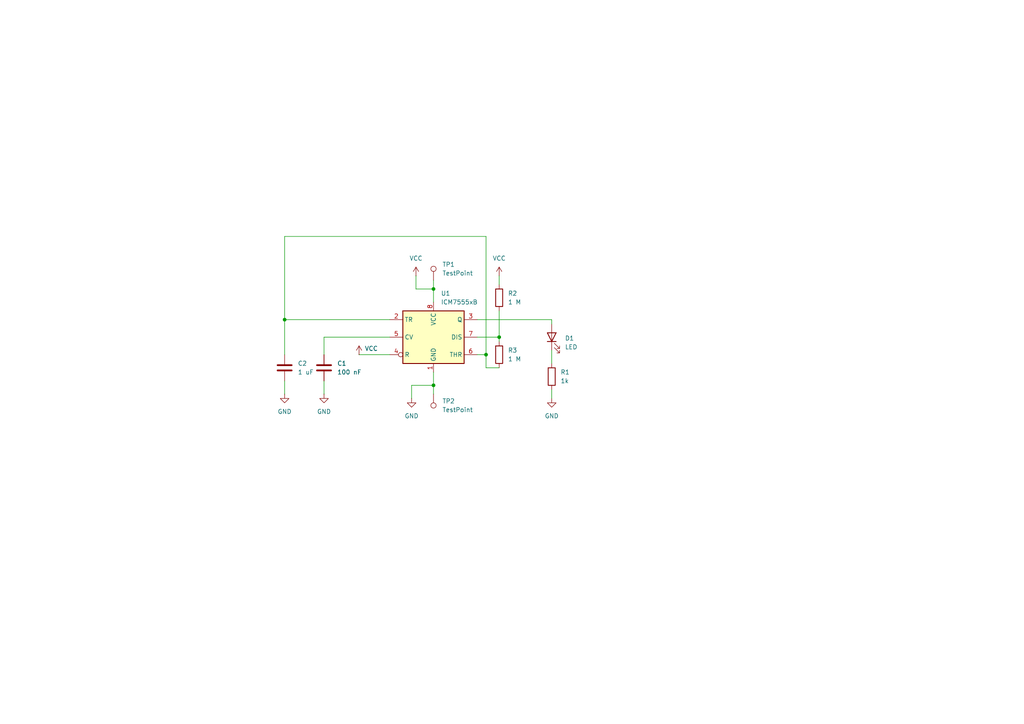
<source format=kicad_sch>
(kicad_sch (version 20250114) (generator "eeschema") (generator_version "9.0")
  (paper "A4")
  (title_block (title "Bogus Schematic and Easter Egg for Fab") (company "Hackaday"))
  (lib_symbols
    (symbol "Connector:TestPoint" (pin_numbers (hide yes)) (pin_names (offset 0.762) (hide yes))
      (property "Reference" "TP" (at 0 6.858 0))
      (property "Value" "TestPoint" (at 0 5.08 0))
      (symbol "TestPoint_0_1"
        (circle (center 0 3.302) (radius 0.762))
      )
      (symbol "TestPoint_1_1"
        (pin passive line (at 0 0 90) (length 2.54) (name "1") (number "1"))
      )
    )
    (symbol "Device:C" (pin_numbers (hide yes)) (pin_names (offset 0.254))
      (property "Reference" "C" (at 0.635 2.54 0))
      (property "Value" "C" (at 0.635 -2.54 0))
      (symbol "C_0_1"
        (polyline (pts (xy -2.032 0.762) (xy 2.032 0.762)) (stroke (width 0.508)))
        (polyline (pts (xy -2.032 -0.762) (xy 2.032 -0.762)) (stroke (width 0.508)))
      )
      (symbol "C_1_1"
        (pin passive line (at 0 3.81 270) (length 2.794) (name "~") (number "1"))
        (pin passive line (at 0 -3.81 90) (length 2.794) (name "~") (number "2"))
      )
    )
    (symbol "Device:LED" (pin_numbers (hide yes)) (pin_names (offset 1.016) (hide yes))
      (property "Reference" "D" (at 0 2.54 0))
      (property "Value" "LED" (at 0 -2.54 0))
      (symbol "LED_0_1"
        (polyline (pts (xy -3.048 -0.762) (xy -4.572 -2.286) (xy -3.81 -2.286) (xy -4.572 -2.286) (xy -4.572 -1.524)))
        (polyline (pts (xy -1.778 -0.762) (xy -3.302 -2.286) (xy -2.54 -2.286) (xy -3.302 -2.286) (xy -3.302 -1.524)))
        (polyline (pts (xy -1.27 0) (xy 1.27 0)))
        (polyline (pts (xy -1.27 -1.27) (xy -1.27 1.27)) (stroke (width 0.254)))
        (polyline (pts (xy 1.27 -1.27) (xy 1.27 1.27) (xy -1.27 0) (xy 1.27 -1.27)) (stroke (width 0.254)))
      )
      (symbol "LED_1_1"
        (pin passive line (at -3.81 0 0) (length 2.54) (name "K") (number "1"))
        (pin passive line (at 3.81 0 180) (length 2.54) (name "A") (number "2"))
      )
    )
    (symbol "Device:R" (pin_numbers (hide yes)) (pin_names (offset 0))
      (property "Reference" "R" (at 2.032 0 90))
      (property "Value" "R" (at 0 0 90))
      (symbol "R_0_1"
        (rectangle (start -1.016 -2.54) (end 1.016 2.54) (stroke (width 0.254)))
      )
      (symbol "R_1_1"
        (pin passive line (at 0 3.81 270) (length 1.27) (name "~") (number "1"))
        (pin passive line (at 0 -3.81 90) (length 1.27) (name "~") (number "2"))
      )
    )
    (symbol "Timer:ICM7555xB"
      (property "Reference" "U" (at -10.16 8.89 0))
      (property "Value" "ICM7555xB" (at 2.54 8.89 0))
      (symbol "ICM7555xB_0_0"
        (pin power_in line (at 0 10.16 270) (length 2.54) (name "VCC") (number "8"))
        (pin power_in line (at 0 -10.16 90) (length 2.54) (name "GND") (number "1"))
      )
      (symbol "ICM7555xB_0_1"
        (rectangle (start -8.89 -7.62) (end 8.89 7.62) (stroke (width 0.254)) (fill (type background)))
        (rectangle (start -8.89 -7.62) (end 8.89 7.62) (stroke (width 0.254)) (fill (type background)))
      )
      (symbol "ICM7555xB_1_1"
        (pin input line (at -12.7 5.08 0) (length 3.81) (name "TR") (number "2"))
        (pin input line (at -12.7 0 0) (length 3.81) (name "CV") (number "5"))
        (pin input inverted (at -12.7 -5.08 0) (length 3.81) (name "R") (number "4"))
        (pin output line (at 12.7 5.08 180) (length 3.81) (name "Q") (number "3"))
        (pin input line (at 12.7 0 180) (length 3.81) (name "DIS") (number "7"))
        (pin input line (at 12.7 -5.08 180) (length 3.81) (name "THR") (number "6"))
      )
    )
    (symbol "power:GND" (power) (pin_numbers (hide yes)) (pin_names (offset 0) (hide yes))
      (property "Value" "GND" (at 0 -3.81 0))
      (symbol "GND_0_1"
        (polyline (pts (xy 0 0) (xy 0 -1.27) (xy 1.27 -1.27) (xy 0 -2.54) (xy -1.27 -1.27) (xy 0 -1.27)))
      )
      (symbol "GND_1_1"
        (pin power_in line (at 0 0 270) (length 0) (name "~") (number "1"))
      )
    )
    (symbol "power:VCC" (power) (pin_numbers (hide yes)) (pin_names (offset 0) (hide yes))
      (property "Value" "VCC" (at 0 3.556 0))
      (symbol "VCC_0_1"
        (polyline (pts (xy -0.762 1.27) (xy 0 2.54)))
        (polyline (pts (xy 0 2.54) (xy 0.762 1.27)))
        (polyline (pts (xy 0 0) (xy 0 2.54)))
      )
      (symbol "VCC_1_1"
        (pin power_in line (at 0 0 90) (length 0) (name "~") (number "1"))
      )
    )
  )
  (junction (at 140.97 102.87))
  (junction (at 82.55 92.71))
  (junction (at 125.73 111.76))
  (junction (at 144.78 97.79))
  (junction (at 125.73 83.82))
  (wire (pts (xy 160.02 113.03) (xy 160.02 115.57)))
  (wire (pts (xy 119.38 115.57) (xy 119.38 111.76)))
  (wire (pts (xy 104.14 102.87) (xy 113.03 102.87)))
  (wire (pts (xy 144.78 106.68) (xy 140.97 106.68)))
  (wire (pts (xy 160.02 101.6) (xy 160.02 105.41)))
  (wire (pts (xy 160.02 92.71) (xy 160.02 93.98)))
  (wire (pts (xy 82.55 110.49) (xy 82.55 114.3)))
  (wire (pts (xy 140.97 68.58) (xy 140.97 102.87)))
  (wire (pts (xy 125.73 111.76) (xy 125.73 114.3)))
  (wire (pts (xy 119.38 111.76) (xy 125.73 111.76)))
  (wire (pts (xy 140.97 102.87) (xy 138.43 102.87)))
  (wire (pts (xy 144.78 97.79) (xy 144.78 99.06)))
  (wire (pts (xy 120.65 83.82) (xy 125.73 83.82)))
  (wire (pts (xy 138.43 92.71) (xy 160.02 92.71)))
  (wire (pts (xy 82.55 92.71) (xy 82.55 102.87)))
  (wire (pts (xy 93.98 110.49) (xy 93.98 114.3)))
  (wire (pts (xy 144.78 80.01) (xy 144.78 82.55)))
  (wire (pts (xy 120.65 80.01) (xy 120.65 83.82)))
  (wire (pts (xy 140.97 106.68) (xy 140.97 102.87)))
  (wire (pts (xy 93.98 97.79) (xy 93.98 102.87)))
  (wire (pts (xy 82.55 68.58) (xy 82.55 92.71)))
  (wire (pts (xy 113.03 97.79) (xy 93.98 97.79)))
  (wire (pts (xy 138.43 97.79) (xy 144.78 97.79)))
  (wire (pts (xy 113.03 92.71) (xy 82.55 92.71)))
  (wire (pts (xy 125.73 83.82) (xy 125.73 87.63)))
  (wire (pts (xy 82.55 68.58) (xy 140.97 68.58)))
  (wire (pts (xy 144.78 90.17) (xy 144.78 97.79)))
  (wire (pts (xy 125.73 107.95) (xy 125.73 111.76)))
  (wire (pts (xy 125.73 81.28) (xy 125.73 83.82)))
  (symbol (lib_id "Timer:ICM7555xB") (at 125.73 97.79 0) (unit 1)
    (property "Reference" "U1" (at 127.8733 85.09 0) (effects (justify left)))
    (property "Value" "ICM7555xB" (at 127.8733 87.63 0) (effects (justify left)))
    (property "Footprint" "Package_SO:SOIC-8_3.9x4.9mm_P1.27mm" (effects (hide yes)))
    (property "Datasheet" "http://www.intersil.com/content/dam/Intersil/documents/icm7/icm7555-56.pdf" (effects (hide yes)))
    (property "Description" "CMOS General Purpose Timer, 555 compatible, SOIC-8" (effects (hide yes)))
  )
  (symbol (lib_id "Device:R") (at 160.02 109.22 0) (unit 1)
    (property "Reference" "R1" (at 162.56 107.9499 0) (effects (justify left)))
    (property "Value" "1k" (at 162.56 110.4899 0) (effects (justify left)))
    (property "Footprint" "Resistor_SMD:R_0805_2012Metric_Pad1.20x1.40mm_HandSolder" (effects (hide yes)))
    (property "Description" "Resistor" (effects (hide yes)))
  )
  (symbol (lib_id "power:GND") (at 82.55 114.3 0) (unit 1)
    (property "Reference" "#PWR05" (effects (hide yes)))
    (property "Value" "GND" (at 82.55 119.38 0))
    (property "Description" "Power symbol creates a global label with name \"GND\" , ground" (effects (hide yes)))
  )
  (symbol (lib_id "power:GND") (at 119.38 115.57 0) (unit 1)
    (property "Reference" "#PWR01" (effects (hide yes)))
    (property "Value" "GND" (at 119.38 120.65 0))
    (property "Description" "Power symbol creates a global label with name \"GND\" , ground" (effects (hide yes)))
  )
  (symbol (lib_id "Device:C") (at 82.55 106.68 0) (unit 1)
    (property "Reference" "C2" (at 86.36 105.4099 0) (effects (justify left)))
    (property "Value" "1 uF" (at 86.36 107.9499 0) (effects (justify left)))
    (property "Footprint" "Capacitor_SMD:C_0805_2012Metric_Pad1.18x1.45mm_HandSolder" (effects (hide yes)))
    (property "Description" "Unpolarized capacitor" (effects (hide yes)))
  )
  (symbol (lib_id "power:VCC") (at 120.65 80.01 0) (mirror y) (unit 1)
    (property "Reference" "#PWR02" (effects (hide yes)))
    (property "Value" "VCC" (at 120.65 74.93 0))
    (property "Description" "Power symbol creates a global label with name \"VCC\"" (effects (hide yes)))
  )
  (symbol (lib_id "Device:LED") (at 160.02 97.79 90) (unit 1)
    (property "Reference" "D1" (at 163.83 98.1074 90) (effects (justify right)))
    (property "Value" "LED" (at 163.83 100.6474 90) (effects (justify right)))
    (property "Footprint" "LED_SMD:LED_0805_2012Metric_Pad1.15x1.40mm_HandSolder" (effects (hide yes)))
    (property "Description" "Light emitting diode" (effects (hide yes)))
    (property "Sim.Pins" "1=K 2=A" (effects (hide yes)))
  )
  (symbol (lib_id "Device:R") (at 144.78 102.87 0) (unit 1)
    (property "Reference" "R3" (at 147.32 101.5999 0) (effects (justify left)))
    (property "Value" "1 M" (at 147.32 104.1399 0) (effects (justify left)))
    (property "Footprint" "Resistor_SMD:R_0805_2012Metric_Pad1.20x1.40mm_HandSolder" (effects (hide yes)))
    (property "Description" "Resistor" (effects (hide yes)))
  )
  (symbol (lib_id "Connector:TestPoint") (at 125.73 81.28 0) (unit 1)
    (property "Reference" "TP1" (at 128.27 76.7079 0) (effects (justify left)))
    (property "Value" "TestPoint" (at 128.27 79.2479 0) (effects (justify left)))
    (property "Footprint" "TestPoint:TestPoint_Pad_2.5x2.5mm" (effects (hide yes)))
    (property "Description" "test point" (effects (hide yes)))
  )
  (symbol (lib_id "power:VCC") (at 104.14 102.87 0) (unit 1)
    (property "Reference" "#PWR03" (effects (hide yes)))
    (property "Value" "VCC" (at 107.696 101.092 0))
    (property "Description" "Power symbol creates a global label with name \"VCC\"" (effects (hide yes)))
  )
  (symbol (lib_id "Connector:TestPoint") (at 125.73 114.3 180) (unit 1)
    (property "Reference" "TP2" (at 128.27 116.3319 0) (effects (justify right)))
    (property "Value" "TestPoint" (at 128.27 118.8719 0) (effects (justify right)))
    (property "Footprint" "TestPoint:TestPoint_Pad_2.5x2.5mm" (effects (hide yes)))
    (property "Description" "test point" (effects (hide yes)))
  )
  (symbol (lib_id "power:GND") (at 93.98 114.3 0) (unit 1)
    (property "Reference" "#PWR04" (effects (hide yes)))
    (property "Value" "GND" (at 93.98 119.38 0))
    (property "Description" "Power symbol creates a global label with name \"GND\" , ground" (effects (hide yes)))
  )
  (symbol (lib_id "Device:R") (at 144.78 86.36 0) (unit 1)
    (property "Reference" "R2" (at 147.32 85.0899 0) (effects (justify left)))
    (property "Value" "1 M" (at 147.32 87.6299 0) (effects (justify left)))
    (property "Footprint" "Resistor_SMD:R_0805_2012Metric_Pad1.20x1.40mm_HandSolder" (effects (hide yes)))
    (property "Description" "Resistor" (effects (hide yes)))
  )
  (symbol (lib_id "Device:C") (at 93.98 106.68 0) (unit 1)
    (property "Reference" "C1" (at 97.79 105.4099 0) (effects (justify left)))
    (property "Value" "100 nF" (at 97.79 107.9499 0) (effects (justify left)))
    (property "Footprint" "Capacitor_SMD:C_0805_2012Metric_Pad1.18x1.45mm_HandSolder" (effects (hide yes)))
    (property "Description" "Unpolarized capacitor" (effects (hide yes)))
  )
  (symbol (lib_id "power:GND") (at 160.02 115.57 0) (unit 1)
    (property "Reference" "#PWR06" (effects (hide yes)))
    (property "Value" "GND" (at 160.02 120.65 0))
    (property "Description" "Power symbol creates a global label with name \"GND\" , ground" (effects (hide yes)))
  )
  (symbol (lib_id "power:VCC") (at 144.78 80.01 0) (unit 1)
    (property "Reference" "#PWR07" (effects (hide yes)))
    (property "Value" "VCC" (at 144.78 74.93 0))
    (property "Description" "Power symbol creates a global label with name \"VCC\"" (effects (hide yes)))
  )
)
</source>
